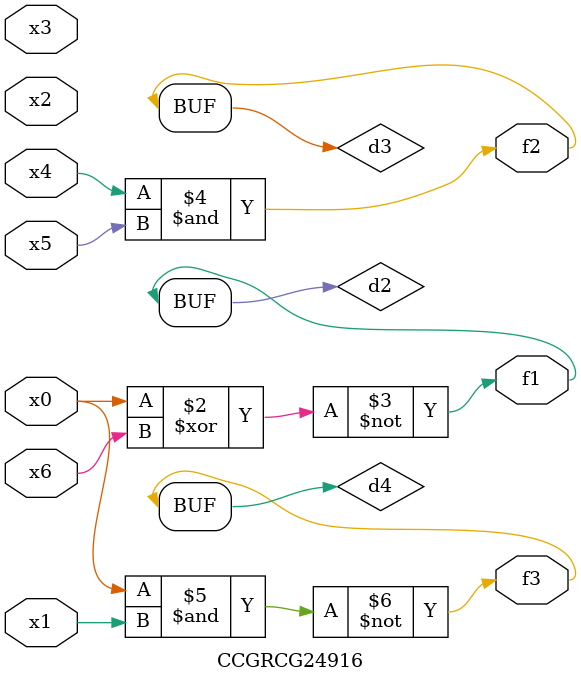
<source format=v>
module CCGRCG24916(
	input x0, x1, x2, x3, x4, x5, x6,
	output f1, f2, f3
);

	wire d1, d2, d3, d4;

	nor (d1, x0);
	xnor (d2, x0, x6);
	and (d3, x4, x5);
	nand (d4, x0, x1);
	assign f1 = d2;
	assign f2 = d3;
	assign f3 = d4;
endmodule

</source>
